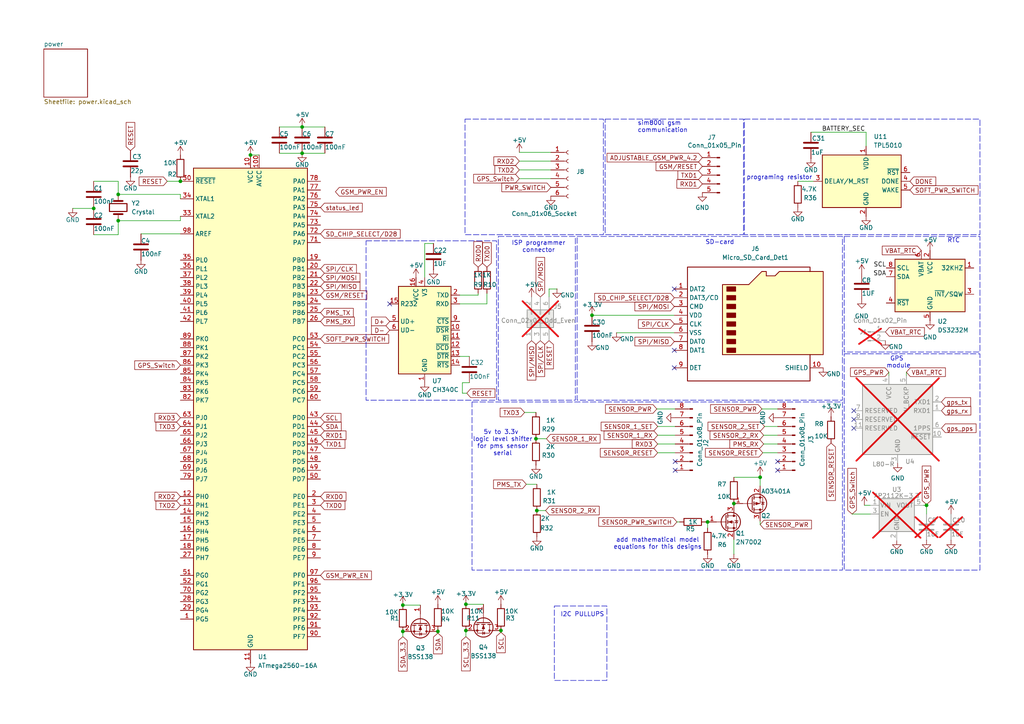
<source format=kicad_sch>
(kicad_sch (version 20250114) (generator "eeschema") (generator_version "9.0")
  (paper "A4")
  (title_block (title "Micro Controller and peripherals") (company "AirQo"))
  (rectangle (start 136.906 116.586) (end 244.348 165.354) (stroke (width 0) (type dash)))
  (rectangle (start 175.514 34.544) (end 215.646 68.072) (stroke (width 0) (type dash)))
  (rectangle (start 160.782 175.768) (end 176.022 197.358) (stroke (width 0) (type dash)))
  (rectangle (start 134.874 34.544) (end 175.006 68.072) (stroke (width 0) (type dash)))
  (rectangle (start 244.856 68.58) (end 284.226 102.108) (stroke (width 0) (type dash)))
  (rectangle (start 215.9 34.544) (end 284.226 68.072) (stroke (width 0) (type dash)))
  (rectangle (start 106.172 69.85) (end 144.018 116.078) (stroke (width 0) (type dash)))
  (rectangle (start 144.526 68.58) (end 166.878 116.078) (stroke (width 0) (type dash)))
  (rectangle (start 244.856 102.616) (end 284.226 165.354) (stroke (width 0) (type dash)))
  (rectangle (start 167.386 68.58) (end 244.348 116.078) (stroke (width 0) (type dash)))
  (text "5v to 3.3v \nlogic level shifter\nfor pms sensor\nserial\n" (at 145.796 128.524 0) (effects (font (size 1.27 1.27))))
  (text "GPS \nmodule" (at 260.604 105.156 0) (effects (font (size 1.27 1.27))))
  (text "I2C PULLUPS" (at 168.91 178.308 0) (effects (font (size 1.27 1.27))))
  (text "ISP programmer\nconnector" (at 156.21 71.628 0) (effects (font (size 1.27 1.27))))
  (text "SD-card\n" (at 208.788 70.358 0) (effects (font (size 1.27 1.27))))
  (text "programing resistor\n" (at 226.06 51.562 0) (effects (font (size 1.27 1.27))))
  (text "add mathematical model\nequations for this designs" (at 190.754 157.734 0) (effects (font (size 1.27 1.27))))
  (text "RTC\n" (at 276.606 69.85 0) (effects (font (size 1.27 1.27))))
  (text "sim800l gsm \ncommunication" (at 184.912 38.608 0) (effects (font (size 1.27 1.27)) (justify left bottom)))
  (junction (at 87.63 36.83))
  (junction (at 145.288 182.88))
  (junction (at 127 183.134))
  (junction (at 205.232 151.384))
  (junction (at 220.472 138.43))
  (junction (at 135.128 175.26))
  (junction (at 34.29 56.388))
  (junction (at 212.852 146.05))
  (junction (at 87.63 44.45))
  (junction (at 72.644 44.958))
  (junction (at 116.84 183.134))
  (junction (at 27.178 60.452))
  (junction (at 116.84 175.514))
  (junction (at 34.29 64.008))
  (junction (at 268.732 146.558))
  (junction (at 171.704 91.44))
  (junction (at 155.448 127.254))
  (junction (at 135.128 182.88))
  (junction (at 155.702 148.082))
  (junction (at 52.324 52.578))
  (no_connect (at 225.552 133.858))
  (no_connect (at 113.03 88.138))
  (no_connect (at 247.65 124.206))
  (no_connect (at 195.58 101.6))
  (no_connect (at 195.58 83.82))
  (no_connect (at 247.65 121.666))
  (no_connect (at 195.834 136.398))
  (no_connect (at 195.58 106.68))
  (no_connect (at 225.552 136.398))
  (no_connect (at 247.65 119.126))
  (no_connect (at 195.834 133.858))
  (wire (pts (xy 34.29 56.388) (xy 52.324 56.388)))
  (wire (pts (xy 212.852 146.05) (xy 212.852 146.304)))
  (wire (pts (xy 158.242 148.082) (xy 155.702 148.082)))
  (wire (pts (xy 220.472 138.43) (xy 212.852 138.43)))
  (wire (pts (xy 136.144 103.378) (xy 133.35 103.378)))
  (wire (pts (xy 40.894 67.818) (xy 52.324 67.818)))
  (wire (pts (xy 159.766 49.276) (xy 150.622 49.276)))
  (wire (pts (xy 48.514 52.578) (xy 52.324 52.578)))
  (wire (pts (xy 190.754 128.778) (xy 195.834 128.778)))
  (wire (pts (xy 52.324 57.658) (xy 52.324 56.388)))
  (wire (pts (xy 220.472 138.43) (xy 220.472 140.97)))
  (wire (pts (xy 190.754 126.238) (xy 195.834 126.238)))
  (wire (pts (xy 87.63 36.83) (xy 94.234 36.83)))
  (wire (pts (xy 127 183.134) (xy 127 182.88)))
  (wire (pts (xy 196.342 151.384) (xy 197.104 151.384)))
  (wire (pts (xy 134.112 110.998) (xy 136.144 110.998)))
  (wire (pts (xy 81.026 36.83) (xy 87.63 36.83)))
  (wire (pts (xy 27.178 68.072) (xy 34.29 68.072)))
  (wire (pts (xy 268.732 146.558) (xy 267.716 146.558)))
  (wire (pts (xy 138.684 85.598) (xy 138.684 85.09)))
  (wire (pts (xy 145.288 183.388) (xy 145.288 182.88)))
  (wire (pts (xy 221.234 131.318) (xy 225.552 131.318)))
  (wire (pts (xy 21.082 60.452) (xy 27.178 60.452)))
  (wire (pts (xy 123.19 80.518) (xy 123.19 70.612)))
  (wire (pts (xy 212.852 160.782) (xy 212.852 156.464)))
  (wire (pts (xy 235.204 38.354) (xy 251.206 38.354)))
  (wire (pts (xy 190.5 118.618) (xy 195.834 118.618)))
  (wire (pts (xy 133.35 88.138) (xy 141.224 88.138)))
  (wire (pts (xy 158.496 127.254) (xy 155.448 127.254)))
  (wire (pts (xy 235.966 52.578) (xy 231.394 52.578)))
  (wire (pts (xy 141.224 88.138) (xy 141.224 85.09)))
  (wire (pts (xy 127 183.642) (xy 127 183.134)))
  (wire (pts (xy 190.754 123.698) (xy 195.834 123.698)))
  (wire (pts (xy 116.84 184.658) (xy 116.84 183.134)))
  (wire (pts (xy 152.654 140.462) (xy 155.702 140.462)))
  (wire (pts (xy 262.89 107.95) (xy 262.89 108.966)))
  (wire (pts (xy 152.146 119.634) (xy 155.448 119.634)))
  (wire (pts (xy 221.488 128.778) (xy 225.552 128.778)))
  (wire (pts (xy 159.766 51.816) (xy 150.622 51.816)))
  (wire (pts (xy 52.324 62.738) (xy 52.324 64.008)))
  (wire (pts (xy 220.98 118.618) (xy 225.552 118.618)))
  (wire (pts (xy 251.206 38.354) (xy 251.206 42.418)))
  (wire (pts (xy 87.63 44.45) (xy 94.234 44.45)))
  (wire (pts (xy 34.29 64.008) (xy 52.324 64.008)))
  (wire (pts (xy 247.142 149.098) (xy 252.476 149.098)))
  (wire (pts (xy 81.026 44.45) (xy 87.63 44.45)))
  (wire (pts (xy 190.754 131.318) (xy 195.834 131.318)))
  (wire (pts (xy 268.732 146.304) (xy 268.732 146.558)))
  (wire (pts (xy 171.704 91.44) (xy 195.58 91.44)))
  (wire (pts (xy 204.724 151.384) (xy 205.232 151.384)))
  (wire (pts (xy 34.29 52.578) (xy 34.29 56.388)))
  (wire (pts (xy 135.382 114.046) (xy 134.112 114.046)))
  (wire (pts (xy 220.472 152.146) (xy 220.472 151.13)))
  (wire (pts (xy 220.472 138.43) (xy 220.472 137.922)))
  (wire (pts (xy 27.178 52.578) (xy 34.29 52.578)))
  (wire (pts (xy 178.816 96.52) (xy 195.58 96.52)))
  (wire (pts (xy 159.258 83.82) (xy 161.544 83.82)))
  (wire (pts (xy 221.488 126.238) (xy 225.552 126.238)))
  (wire (pts (xy 134.112 114.046) (xy 134.112 110.998)))
  (wire (pts (xy 159.766 44.196) (xy 150.622 44.196)))
  (wire (pts (xy 140.208 175.26) (xy 135.128 175.26)))
  (wire (pts (xy 72.644 44.958) (xy 75.184 44.958)))
  (wire (pts (xy 34.29 68.072) (xy 34.29 64.008)))
  (wire (pts (xy 121.92 175.514) (xy 116.84 175.514)))
  (wire (pts (xy 133.35 85.598) (xy 138.684 85.598)))
  (wire (pts (xy 221.742 123.698) (xy 225.552 123.698)))
  (wire (pts (xy 257.81 107.95) (xy 257.81 108.966)))
  (wire (pts (xy 27.178 60.198) (xy 27.178 60.452)))
  (wire (pts (xy 159.766 46.736) (xy 150.622 46.736)))
  (wire (pts (xy 250.698 146.558) (xy 252.476 146.558)))
  (wire (pts (xy 205.232 151.384) (xy 205.232 153.162)))
  (wire (pts (xy 123.19 70.612) (xy 125.73 70.612)))
  (wire (pts (xy 159.258 86.106) (xy 159.258 83.82)))
  (wire (pts (xy 135.128 184.658) (xy 135.128 182.88)))
  (wire (pts (xy 268.732 146.558) (xy 268.732 149.098)))
  (label "BATTERY_SEC" (at 250.952 38.354 180))
  (label "SCL" (at 257.048 77.724 180))
  (label "SDA" (at 257.048 80.264 180))
  (global_label "SCL" (shape input) (at 92.964 121.158 0) (property "Intersheetrefs" "${INTERSHEET_REFS}" (effects (hide yes))))
  (global_label "SENSOR_PWR" (shape input) (at 220.98 118.618 180) (property "Intersheetrefs" "${INTERSHEET_REFS}" (effects (hide yes))))
  (global_label "SENSOR_PWR_SWITCH" (shape input) (at 196.342 151.384 180) (property "Intersheetrefs" "${INTERSHEET_REFS}" (effects (hide yes))))
  (global_label "SENSOR_1_RX" (shape input) (at 158.496 127.254 0) (property "Intersheetrefs" "${INTERSHEET_REFS}" (effects (hide yes))))
  (global_label "SPI{slash}MISO" (shape input) (at 154.178 98.806 270) (property "Intersheetrefs" "${INTERSHEET_REFS}" (effects (hide yes))))
  (global_label "gps_pps" (shape input) (at 273.05 124.206 0) (property "Intersheetrefs" "${INTERSHEET_REFS}" (effects (hide yes))))
  (global_label "SD_CHIP_SELECT{slash}D28" (shape input) (at 195.58 86.36 180) (property "Intersheetrefs" "${INTERSHEET_REFS}" (effects (hide yes))))
  (global_label "PMS_TX" (shape input) (at 92.964 90.678 0) (property "Intersheetrefs" "${INTERSHEET_REFS}" (effects (hide yes))))
  (global_label "PMS_TX" (shape input) (at 152.654 140.462 180) (property "Intersheetrefs" "${INTERSHEET_REFS}" (effects (hide yes))))
  (global_label "RXD1" (shape input) (at 92.964 126.238 0) (property "Intersheetrefs" "${INTERSHEET_REFS}" (effects (hide yes))))
  (global_label "GPS_PWR" (shape input) (at 257.81 107.95 180) (property "Intersheetrefs" "${INTERSHEET_REFS}" (effects (hide yes))))
  (global_label "RESET" (shape input) (at 37.846 43.688 90) (property "Intersheetrefs" "${INTERSHEET_REFS}" (effects (hide yes))))
  (global_label "RXD3" (shape input) (at 52.324 121.158 180) (property "Intersheetrefs" "${INTERSHEET_REFS}" (effects (hide yes))))
  (global_label "gps_tx" (shape input) (at 273.05 116.586 0) (property "Intersheetrefs" "${INTERSHEET_REFS}" (effects (hide yes))))
  (global_label "SDA" (shape input) (at 92.964 123.698 0) (property "Intersheetrefs" "${INTERSHEET_REFS}" (effects (hide yes))))
  (global_label "RXD1" (shape input) (at 203.708 53.34 180) (property "Intersheetrefs" "${INTERSHEET_REFS}" (effects (hide yes))))
  (global_label "GSM_PWR_EN" (shape input) (at 92.964 166.878 0) (property "Intersheetrefs" "${INTERSHEET_REFS}" (effects (hide yes))))
  (global_label "GSM{slash}RESET" (shape input) (at 203.708 48.26 180) (property "Intersheetrefs" "${INTERSHEET_REFS}" (effects (hide yes))))
  (global_label "SENSOR_1_RX" (shape input) (at 190.754 126.238 180) (property "Intersheetrefs" "${INTERSHEET_REFS}" (effects (hide yes))))
  (global_label "TXD1" (shape input) (at 92.964 128.778 0) (property "Intersheetrefs" "${INTERSHEET_REFS}" (effects (hide yes))))
  (global_label "gps_rx" (shape input) (at 273.05 119.126 0) (property "Intersheetrefs" "${INTERSHEET_REFS}" (effects (hide yes))))
  (global_label "GSM_PWR_EN" (shape input) (at 97.282 55.626 0) (property "Intersheetrefs" "${INTERSHEET_REFS}" (effects (hide yes))))
  (global_label "PMS_RX" (shape input) (at 92.964 93.218 0) (property "Intersheetrefs" "${INTERSHEET_REFS}" (effects (hide yes))))
  (global_label "SPI{slash}MOSI" (shape input) (at 195.58 88.9 180) (property "Intersheetrefs" "${INTERSHEET_REFS}" (effects (hide yes))))
  (global_label "RXD2" (shape input) (at 150.622 46.736 180) (property "Intersheetrefs" "${INTERSHEET_REFS}" (effects (hide yes))))
  (global_label "SD_CHIP_SELECT{slash}D28" (shape input) (at 92.964 67.818 0) (property "Intersheetrefs" "${INTERSHEET_REFS}" (effects (hide yes))))
  (global_label "SENSOR_2_RX" (shape input) (at 221.488 126.238 180) (property "Intersheetrefs" "${INTERSHEET_REFS}" (effects (hide yes))))
  (global_label "SENSOR_PWR" (shape input) (at 220.472 152.146 0) (property "Intersheetrefs" "${INTERSHEET_REFS}" (effects (hide yes))))
  (global_label "RXD0" (shape input) (at 138.684 77.47 90) (property "Intersheetrefs" "${INTERSHEET_REFS}" (effects (hide yes))))
  (global_label "SPI{slash}CLK" (shape input) (at 156.718 98.806 270) (property "Intersheetrefs" "${INTERSHEET_REFS}" (effects (hide yes))))
  (global_label "RXD2" (shape input) (at 52.324 144.018 180) (property "Intersheetrefs" "${INTERSHEET_REFS}" (effects (hide yes))))
  (global_label "SOFT_PWR_SWITCH" (shape input) (at 263.906 55.118 0) (property "Intersheetrefs" "${INTERSHEET_REFS}" (effects (hide yes))))
  (global_label "SENSOR_1_SET" (shape input) (at 190.754 123.698 180) (property "Intersheetrefs" "${INTERSHEET_REFS}" (effects (hide yes))))
  (global_label "SENSOR_2_RX" (shape input) (at 158.242 148.082 0) (property "Intersheetrefs" "${INTERSHEET_REFS}" (effects (hide yes))))
  (global_label "GPS_Switch" (shape input) (at 150.622 51.816 180) (property "Intersheetrefs" "${INTERSHEET_REFS}" (effects (hide yes))))
  (global_label "SPI{slash}MISO" (shape input) (at 195.58 99.06 180) (property "Intersheetrefs" "${INTERSHEET_REFS}" (effects (hide yes))))
  (global_label "SOFT_PWR_SWITCH" (shape input) (at 92.964 98.298 0) (property "Intersheetrefs" "${INTERSHEET_REFS}" (effects (hide yes))))
  (global_label "SENSOR_PWR" (shape input) (at 190.5 118.618 180) (property "Intersheetrefs" "${INTERSHEET_REFS}" (effects (hide yes))))
  (global_label "TXD2" (shape input) (at 150.622 49.276 180) (property "Intersheetrefs" "${INTERSHEET_REFS}" (effects (hide yes))))
  (global_label "TXD3" (shape input) (at 152.146 119.634 180) (property "Intersheetrefs" "${INTERSHEET_REFS}" (effects (hide yes))))
  (global_label "ADJUSTABLE_GSM_PWR_4.2" (shape input) (at 203.708 45.72 180) (property "Intersheetrefs" "${INTERSHEET_REFS}" (effects (hide yes))))
  (global_label "RESET" (shape input) (at 135.382 114.046 0) (property "Intersheetrefs" "${INTERSHEET_REFS}" (effects (hide yes))))
  (global_label "SCL_3.3" (shape input) (at 135.128 184.658 270) (property "Intersheetrefs" "${INTERSHEET_REFS}" (effects (hide yes))))
  (global_label "TXD1" (shape input) (at 203.708 50.8 180) (property "Intersheetrefs" "${INTERSHEET_REFS}" (effects (hide yes))))
  (global_label "SENSOR_2_SET" (shape input) (at 221.742 123.698 180) (property "Intersheetrefs" "${INTERSHEET_REFS}" (effects (hide yes))))
  (global_label "SPI{slash}CLK" (shape input) (at 195.58 93.98 180) (property "Intersheetrefs" "${INTERSHEET_REFS}" (effects (hide yes))))
  (global_label "SENSOR_RESET" (shape input) (at 221.234 131.318 180) (property "Intersheetrefs" "${INTERSHEET_REFS}" (effects (hide yes))))
  (global_label "SDA" (shape input) (at 127 183.642 270) (property "Intersheetrefs" "${INTERSHEET_REFS}" (effects (hide yes))))
  (global_label "PMS_RX" (shape input) (at 221.488 128.778 180) (property "Intersheetrefs" "${INTERSHEET_REFS}" (effects (hide yes))))
  (global_label "DONE" (shape input) (at 263.906 52.578 0) (property "Intersheetrefs" "${INTERSHEET_REFS}" (effects (hide yes))))
  (global_label "VBAT_RTC" (shape input) (at 267.208 72.644 180) (property "Intersheetrefs" "${INTERSHEET_REFS}" (effects (hide yes))))
  (global_label "status_led" (shape input) (at 92.964 60.198 0) (property "Intersheetrefs" "${INTERSHEET_REFS}" (effects (hide yes))))
  (global_label "VBAT_RTC" (shape input) (at 262.89 107.95 0) (property "Intersheetrefs" "${INTERSHEET_REFS}" (effects (hide yes))))
  (global_label "GPS_PWR" (shape input) (at 268.732 146.304 90) (property "Intersheetrefs" "${INTERSHEET_REFS}" (effects (hide yes))))
  (global_label "SPI{slash}MISO" (shape input) (at 92.964 83.058 0) (property "Intersheetrefs" "${INTERSHEET_REFS}" (effects (hide yes))))
  (global_label "SENSOR_RESET" (shape input) (at 190.754 131.318 180) (property "Intersheetrefs" "${INTERSHEET_REFS}" (effects (hide yes))))
  (global_label "SENSOR_RESET" (shape input) (at 241.046 128.524 270) (property "Intersheetrefs" "${INTERSHEET_REFS}" (effects (hide yes))))
  (global_label "D-" (shape input) (at 113.03 95.758 180) (property "Intersheetrefs" "${INTERSHEET_REFS}" (effects (hide yes))))
  (global_label "GPS_Switch" (shape input) (at 247.142 149.098 90) (property "Intersheetrefs" "${INTERSHEET_REFS}" (effects (hide yes))))
  (global_label "SCL" (shape input) (at 145.288 183.388 270) (property "Intersheetrefs" "${INTERSHEET_REFS}" (effects (hide yes))))
  (global_label "PWR_SWITCH" (shape input) (at 159.766 54.356 180) (property "Intersheetrefs" "${INTERSHEET_REFS}" (effects (hide yes))))
  (global_label "GSM{slash}RESET" (shape input) (at 92.964 85.598 0) (property "Intersheetrefs" "${INTERSHEET_REFS}" (effects (hide yes))))
  (global_label "RXD0" (shape input) (at 92.964 144.018 0) (property "Intersheetrefs" "${INTERSHEET_REFS}" (effects (hide yes))))
  (global_label "GPS_Switch" (shape input) (at 52.324 105.918 180) (property "Intersheetrefs" "${INTERSHEET_REFS}" (effects (hide yes))))
  (global_label "SPI{slash}MOSI" (shape input) (at 156.718 86.106 90) (property "Intersheetrefs" "${INTERSHEET_REFS}" (effects (hide yes))))
  (global_label "TXD2" (shape input) (at 52.324 146.558 180) (property "Intersheetrefs" "${INTERSHEET_REFS}" (effects (hide yes))))
  (global_label "SDA_3.3" (shape input) (at 116.84 184.658 270) (property "Intersheetrefs" "${INTERSHEET_REFS}" (effects (hide yes))))
  (global_label "TXD0" (shape input) (at 92.964 146.558 0) (property "Intersheetrefs" "${INTERSHEET_REFS}" (effects (hide yes))))
  (global_label "VBAT_RTC" (shape input) (at 256.794 96.266 0) (property "Intersheetrefs" "${INTERSHEET_REFS}" (effects (hide yes))))
  (global_label "RXD3" (shape input) (at 190.754 128.778 180) (property "Intersheetrefs" "${INTERSHEET_REFS}" (effects (hide yes))))
  (global_label "SPI{slash}CLK" (shape input) (at 92.964 77.978 0) (property "Intersheetrefs" "${INTERSHEET_REFS}" (effects (hide yes))))
  (global_label "SPI{slash}MOSI" (shape input) (at 92.964 80.518 0) (property "Intersheetrefs" "${INTERSHEET_REFS}" (effects (hide yes))))
  (global_label "D+" (shape input) (at 113.03 93.218 180) (property "Intersheetrefs" "${INTERSHEET_REFS}" (effects (hide yes))))
  (global_label "TXD0" (shape input) (at 141.224 77.47 90) (property "Intersheetrefs" "${INTERSHEET_REFS}" (effects (hide yes))))
  (global_label "TXD3" (shape input) (at 52.324 123.698 180) (property "Intersheetrefs" "${INTERSHEET_REFS}" (effects (hide yes))))
  (global_label "RESET" (shape input) (at 159.258 98.806 270) (property "Intersheetrefs" "${INTERSHEET_REFS}" (effects (hide yes))))
  (global_label "RESET" (shape input) (at 48.514 52.578 180) (property "Intersheetrefs" "${INTERSHEET_REFS}" (effects (hide yes))))
  (symbol (lib_id "power:GND") (at 40.894 75.438 0) (unit 1)
    (property "Reference" "#PWR03" (effects (hide yes)))
    (property "Value" "GND" (at 40.894 78.74 0))
  )
  (symbol (lib_id "Timer:TPL5010") (at 251.206 52.578 0) (unit 1)
    (property "Reference" "U11" (at 253.4001 39.624 0) (effects (justify left)))
    (property "Value" "TPL5010" (at 253.4001 42.164 0) (effects (justify left)))
    (property "Footprint" "Package_TO_SOT_SMD:SOT-23-6" (effects (hide yes)))
    (property "Datasheet" "http://www.ti.com/lit/ds/symlink/tpl5010.pdf" (effects (hide yes)))
    (property "Description" "Timer, Nano Power, Watchdog, 35 nA, 100 ms to 7200 s, VDD 1.8V to 5.5V, Iout max 1mA" (effects (hide yes)))
  )
  (symbol (lib_id "Device:R") (at 52.324 48.768 180) (unit 1)
    (property "Reference" "R2" (at 51.308 50.546 0) (effects (justify left)))
    (property "Value" "10K" (at 51.308 47.244 0) (effects (justify left)))
    (property "Footprint" "Resistor_SMD:R_0603_1608Metric" (effects (hide yes)))
    (property "Description" "Resistor" (effects (hide yes)))
  )
  (symbol (lib_id "Device:R") (at 141.224 81.28 180) (unit 1)
    (property "Reference" "R10" (at 144.018 82.55 0) (effects (justify left)))
    (property "Value" "1K" (at 142.494 79.756 0) (effects (justify left)))
    (property "Footprint" "Resistor_SMD:R_0603_1608Metric" (effects (hide yes)))
  )
  (symbol (lib_id "Connector:Conn_01x08_Pin") (at 230.632 128.778 180) (unit 1)
    (property "Reference" "J3" (at 235.204 127.508 90))
    (property "Value" "Conn_01x08_Pin" (at 232.664 127.508 90))
    (property "Footprint" "Connector_Molex:Molex_PicoBlade_53398-0871_1x08-1MP_P1.25mm_Vertical" (effects (hide yes)))
    (property "Description" "Generic connector, single row, 01x08, script generated" (effects (hide yes)))
  )
  (symbol (lib_id "power:+5V") (at 145.288 175.26 0) (unit 1)
    (property "Reference" "#PWR09" (effects (hide yes)))
    (property "Value" "+5V" (at 145.288 171.704 0))
  )
  (symbol (lib_id "power:+3.3V") (at 116.84 175.514 0) (unit 1)
    (property "Reference" "#PWR090" (effects (hide yes)))
    (property "Value" "+3.3V" (at 116.84 172.466 0))
  )
  (symbol (lib_id "Device:C") (at 136.144 107.188 0) (unit 1)
    (property "Reference" "C32" (at 136.398 105.156 0) (effects (justify left)))
    (property "Value" "100nF" (at 136.144 109.22 0) (effects (justify left)))
    (property "Footprint" "Capacitor_SMD:C_0603_1608Metric" (effects (hide yes)))
  )
  (symbol (lib_id "Device:R") (at 155.448 131.064 180) (unit 1)
    (property "Reference" "R30" (at 161.036 132.08 0) (effects (justify left)))
    (property "Value" "2K" (at 161.036 129.54 0) (effects (justify left)))
    (property "Footprint" "Resistor_SMD:R_0603_1608Metric" (effects (hide yes)))
  )
  (symbol (lib_id "Device:C") (at 171.704 95.25 0) (unit 1)
    (property "Reference" "C30" (at 171.704 93.472 0) (effects (justify left)))
    (property "Value" "100nF" (at 171.704 97.282 0) (effects (justify left)))
    (property "Footprint" "Capacitor_SMD:C_0603_1608Metric" (effects (hide yes)))
    (property "Description" "Unpolarized capacitor" (effects (hide yes)))
  )
  (symbol (lib_id "Device:R") (at 155.448 123.444 180) (unit 1)
    (property "Reference" "R29" (at 161.036 124.46 0) (effects (justify left)))
    (property "Value" "1K" (at 161.036 121.92 0) (effects (justify left)))
    (property "Footprint" "Resistor_SMD:R_0603_1608Metric" (effects (hide yes)))
  )
  (symbol (lib_id "Device:C") (at 27.178 56.388 0) (unit 1)
    (property "Reference" "C1" (at 27.178 54.61 0) (effects (justify left)))
    (property "Value" "100nF" (at 27.178 58.42 0) (effects (justify left)))
    (property "Footprint" "Capacitor_SMD:C_0603_1608Metric" (effects (hide yes)))
    (property "Description" "Unpolarized capacitor" (effects (hide yes)))
  )
  (symbol (lib_id "power:GND") (at 178.816 96.52 0) (unit 1)
    (property "Reference" "#PWR078" (effects (hide yes)))
    (property "Value" "GND" (at 181.864 98.298 0))
    (property "Description" "Power symbol creates a global label with name \"GND\" , ground" (effects (hide yes)))
  )
  (symbol (lib_id "power:GND") (at 21.082 60.452 0) (unit 1)
    (property "Reference" "#PWR01" (effects (hide yes)))
    (property "Value" "GND" (at 21.082 63.754 0))
  )
  (symbol (lib_id "Device:C") (at 87.63 40.64 0) (unit 1)
    (property "Reference" "C6" (at 87.63 38.862 0) (effects (justify left)))
    (property "Value" "100nF" (at 87.63 42.672 0) (effects (justify left)))
    (property "Footprint" "Capacitor_SMD:C_0603_1608Metric" (effects (hide yes)))
    (property "Description" "Unpolarized capacitor" (effects (hide yes)))
  )
  (symbol (lib_id "power:GND") (at 171.704 99.06 0) (unit 1)
    (property "Reference" "#PWR080" (effects (hide yes)))
    (property "Value" "GND" (at 174.752 100.838 0))
    (property "Description" "Power symbol creates a global label with name \"GND\" , ground" (effects (hide yes)))
  )
  (symbol (lib_id "power:GND") (at 125.73 78.232 0) (unit 1)
    (property "Reference" "#PWR051" (effects (hide yes)))
    (property "Value" "GND" (at 125.73 81.788 0))
  )
  (symbol (lib_id "MCU_Microchip_ATmega:ATmega2560-16A") (at 72.644 118.618 0) (unit 1)
    (property "Reference" "U1" (at 74.7873 190.5 0) (effects (justify left)))
    (property "Value" "ATmega2560-16A" (at 74.7873 193.04 0) (effects (justify left)))
    (property "Footprint" "Package_QFP:TQFP-100_14x14mm_P0.5mm" (effects (hide yes)))
    (property "Datasheet" "http://ww1.microchip.com/downloads/en/DeviceDoc/Atmel-2549-8-bit-AVR-Microcontroller-ATmega640-1280-1281-2560-2561_datasheet.pdf" (effects (hide yes)))
    (property "Description" "16MHz, 256kB Flash, 8kB SRAM, 4kB EEPROM, JTAG, TQFP-100" (effects (hide yes)))
  )
  (symbol (lib_id "power:GND") (at 159.766 56.896 0) (unit 1)
    (property "Reference" "#PWR084" (effects (hide yes)))
    (property "Value" "GND" (at 159.766 60.198 0))
  )
  (symbol (lib_id "Device:C") (at 81.026 40.64 0) (unit 1)
    (property "Reference" "C5" (at 81.026 38.862 0) (effects (justify left)))
    (property "Value" "100nF" (at 81.026 42.672 0) (effects (justify left)))
    (property "Footprint" "Capacitor_SMD:C_0603_1608Metric" (effects (hide yes)))
    (property "Description" "Unpolarized capacitor" (effects (hide yes)))
  )
  (symbol (lib_id "Connector:Conn_01x08_Pin") (at 200.914 128.778 180) (unit 1)
    (property "Reference" "J2" (at 204.724 128.524 90))
    (property "Value" "Conn_01x08_Pin" (at 202.946 127.508 90))
    (property "Footprint" "Connector_Molex:Molex_PicoBlade_53398-0871_1x08-1MP_P1.25mm_Vertical" (effects (hide yes)))
    (property "Description" "Generic connector, single row, 01x08, script generated" (effects (hide yes)))
  )
  (symbol (lib_id "Connector_Generic:Conn_02x03_Odd_Even") (at 156.718 93.726 90) (unit 1) (in_bom no) (on_board no) (dnp yes)
    (property "Reference" "J5" (at 160.528 88.9 90) (effects (justify right)))
    (property "Value" "Conn_02x03_Odd_Even" (at 145.288 92.964 90) (effects (justify right)))
    (property "Footprint" "Connector_PinSocket_2.54mm:PinSocket_2x03_P2.54mm_Vertical_SMD" (effects (hide yes)))
    (property "Description" "Generic connector, double row, 02x03, odd/even pin numbering scheme (row 1 odd numbers, row 2 even numbers), script generated (kicad-library-utils/schlib/autogen/connector/)" (effects (hide yes)))
  )
  (symbol (lib_id "Device:R") (at 212.852 142.24 180) (unit 1)
    (property "Reference" "R7" (at 208.026 140.462 0) (effects (justify right)))
    (property "Value" "10K" (at 208.026 144.018 0) (effects (justify right)))
    (property "Footprint" "Resistor_SMD:R_0603_1608Metric" (effects (hide yes)))
  )
  (symbol (lib_id "power:+5V") (at 275.844 149.098 0) (unit 1)
    (property "Reference" "#PWR026" (effects (hide yes)))
    (property "Value" "+5V" (at 275.844 145.542 0))
  )
  (symbol (lib_id "power:+3.3V") (at 241.046 120.904 0) (unit 1)
    (property "Reference" "#PWR021" (effects (hide yes)))
    (property "Value" "+3.3V" (at 241.046 117.856 0))
  )
  (symbol (lib_id "Device:C") (at 27.178 64.262 0) (unit 1)
    (property "Reference" "C2" (at 27.178 62.484 0) (effects (justify left)))
    (property "Value" "100nF" (at 27.178 66.294 0) (effects (justify left)))
    (property "Footprint" "Capacitor_SMD:C_0603_1608Metric" (effects (hide yes)))
    (property "Description" "Unpolarized capacitor" (effects (hide yes)))
  )
  (symbol (lib_id "power:+5V") (at 72.644 44.958 0) (unit 1)
    (property "Reference" "#PWR05" (effects (hide yes)))
    (property "Value" "+5V" (at 72.644 41.402 0))
  )
  (symbol (lib_id "power:+5V") (at 154.178 86.106 0) (unit 1)
    (property "Reference" "#PWR029" (effects (hide yes)))
    (property "Value" "+5V" (at 154.178 82.55 0))
  )
  (symbol (lib_id "Device:Crystal") (at 34.29 60.198 90) (unit 1)
    (property "Reference" "Y2" (at 38.1 58.9279 90) (effects (justify right)))
    (property "Value" "Crystal" (at 38.1 61.4679 90) (effects (justify right)))
    (property "Footprint" "Crystal:Crystal_SMD_Abracon_ABM3-2Pin_5.0x3.2mm" (effects (hide yes)))
    (property "Description" "Two pin crystal" (effects (hide yes)))
  )
  (symbol (lib_id "power:GND") (at 195.834 121.158 270) (unit 1)
    (property "Reference" "#PWR013" (effects (hide yes)))
    (property "Value" "GND" (at 191.516 121.158 0))
  )
  (symbol (lib_id "Device:R") (at 205.232 156.972 180) (unit 1)
    (property "Reference" "R6" (at 210.82 157.988 0) (effects (justify left)))
    (property "Value" "4.7K" (at 210.82 155.448 0) (effects (justify left)))
    (property "Footprint" "Resistor_SMD:R_0603_1608Metric" (effects (hide yes)))
  )
  (symbol (lib_id "Device:C") (at 125.73 74.422 0) (unit 1)
    (property "Reference" "C22" (at 125.73 72.644 0) (effects (justify left)))
    (property "Value" "1UF" (at 125.73 76.454 0) (effects (justify left)))
    (property "Footprint" "Capacitor_SMD:C_0603_1608Metric" (effects (hide yes)))
    (property "Description" "Unpolarized capacitor" (effects (hide yes)))
  )
  (symbol (lib_id "Connector:Conn_01x05_Pin") (at 208.788 50.8 0) (mirror y) (unit 1)
    (property "Reference" "J7" (at 205.232 39.878 0) (effects (justify right)))
    (property "Value" "Conn_01x05_Pin" (at 199.39 42.164 0) (effects (justify right)))
    (property "Footprint" "Connector_PinSocket_2.54mm:PinSocket_1x05_P2.54mm_Horizontal" (effects (hide yes)))
    (property "Description" "Generic connector, single row, 01x05, script generated" (effects (hide yes)))
  )
  (symbol (lib_id "power:GND") (at 87.63 44.45 0) (unit 1)
    (property "Reference" "#PWR08" (effects (hide yes)))
    (property "Value" "GND" (at 87.63 47.752 0))
  )
  (symbol (lib_id "Regulator_Linear:AP2112K-3.3") (at 260.096 149.098 0) (unit 1) (on_board no) (dnp yes)
    (property "Reference" "U3" (at 260.096 141.986 0))
    (property "Value" "AP2112K-3.3" (at 260.096 143.764 0))
    (property "Footprint" "Package_TO_SOT_SMD:SOT-23-5" (effects (hide yes)))
    (property "Datasheet" "https://www.diodes.com/assets/Datasheets/AP2112.pdf" (effects (hide yes)))
    (property "Description" "600mA low dropout linear regulator, with enable pin, 3.8V-6V input voltage range, 3.3V fixed positive output, SOT-23-5" (effects (hide yes)))
  )
  (symbol (lib_id "power:+5V") (at 250.698 146.558 0) (unit 1)
    (property "Reference" "#PWR022" (effects (hide yes)))
    (property "Value" "+5V" (at 250.698 143.002 0))
  )
  (symbol (lib_id "Device:C") (at 268.732 152.908 0) (unit 1) (on_board no) (dnp yes)
    (property "Reference" "C9" (at 268.986 150.876 0) (effects (justify left)))
    (property "Value" "1uF" (at 268.732 154.94 0) (effects (justify left)))
    (property "Footprint" "Capacitor_SMD:C_0603_1608Metric" (effects (hide yes)))
  )
  (symbol (lib_id "power:GND") (at 256.794 98.806 0) (unit 1)
    (property "Reference" "#PWR014" (effects (hide yes)))
    (property "Value" "GND" (at 259.842 100.584 0))
    (property "Description" "Power symbol creates a global label with name \"GND\" , ground" (effects (hide yes)))
  )
  (symbol (lib_id "Interface_USB:CH340C") (at 123.19 95.758 0) (unit 1)
    (property "Reference" "U7" (at 125.3333 110.49 0) (effects (justify left)))
    (property "Value" "CH340C" (at 125.3333 113.03 0) (effects (justify left)))
    (property "Footprint" "Package_SO:SOIC-16_3.9x9.9mm_P1.27mm" (effects (hide yes)))
    (property "Datasheet" "https://datasheet.lcsc.com/szlcsc/Jiangsu-Qin-Heng-CH340C_C84681.pdf" (effects (hide yes)))
    (property "Description" "USB serial converter, crystal-less, UART, SOIC-16" (effects (hide yes)))
  )
  (symbol (lib_id "Device:C") (at 275.844 152.908 0) (unit 1) (on_board no) (dnp yes)
    (property "Reference" "C10" (at 276.098 150.876 0) (effects (justify left)))
    (property "Value" "1uF" (at 275.844 154.94 0) (effects (justify left)))
    (property "Footprint" "Capacitor_SMD:C_0603_1608Metric" (effects (hide yes)))
  )
  (symbol (lib_id "power:GND") (at 260.096 156.718 0) (unit 1)
    (property "Reference" "#PWR023" (effects (hide yes)))
    (property "Value" "GND" (at 260.096 160.02 0))
  )
  (symbol (lib_id "Device:R") (at 155.702 144.272 180) (unit 1)
    (property "Reference" "R31" (at 161.29 145.288 0) (effects (justify left)))
    (property "Value" "1K" (at 161.29 142.748 0) (effects (justify left)))
    (property "Footprint" "Resistor_SMD:R_0603_1608Metric" (effects (hide yes)))
  )
  (symbol (lib_id "power:GND") (at 249.936 86.868 0) (unit 1)
    (property "Reference" "#PWR012" (effects (hide yes)))
    (property "Value" "GND" (at 249.936 91.694 0))
    (property "Description" "Power symbol creates a global label with name \"GND\" , ground" (effects (hide yes)))
  )
  (symbol (lib_id "power:GND") (at 235.204 45.974 0) (unit 1)
    (property "Reference" "#PWR088" (effects (hide yes)))
    (property "Value" "GND" (at 235.204 49.276 0))
  )
  (symbol (lib_id "power:GND") (at 123.19 110.998 0) (unit 1)
    (property "Reference" "#PWR045" (effects (hide yes)))
    (property "Value" "GND" (at 123.19 114.554 0))
  )
  (symbol (lib_id "power:+5V") (at 120.65 80.518 0) (unit 1)
    (property "Reference" "#PWR054" (effects (hide yes)))
    (property "Value" "+5V" (at 120.65 76.962 0))
  )
  (symbol (lib_id "power:+5V") (at 269.748 72.644 0) (unit 1)
    (property "Reference" "#PWR017" (effects (hide yes)))
    (property "Value" "+5V" (at 269.748 69.596 0))
  )
  (symbol (lib_id "Device:R") (at 135.128 179.07 180) (unit 1)
    (property "Reference" "R11" (at 139.192 179.324 0) (effects (justify left)))
    (property "Value" "10K" (at 140.208 177.292 0) (effects (justify left)))
    (property "Footprint" "Resistor_SMD:R_0603_1608Metric" (effects (hide yes)))
    (property "Description" "Resistor" (effects (hide yes)))
  )
  (symbol (lib_id "power:GND") (at 37.846 51.308 0) (unit 1)
    (property "Reference" "#PWR02" (effects (hide yes)))
    (property "Value" "GND" (at 37.846 54.61 0))
  )
  (symbol (lib_id "power:GND") (at 251.206 62.738 0) (unit 1)
    (property "Reference" "#PWR089" (effects (hide yes)))
    (property "Value" "GND" (at 251.206 66.04 0))
  )
  (symbol (lib_id "Device:R") (at 155.702 151.892 180) (unit 1)
    (property "Reference" "R32" (at 160.528 153.162 0) (effects (justify left)))
    (property "Value" "2K" (at 159.512 150.368 0) (effects (justify left)))
    (property "Footprint" "Resistor_SMD:R_0603_1608Metric" (effects (hide yes)))
  )
  (symbol (lib_id "Device:C") (at 249.936 83.058 0) (unit 1)
    (property "Reference" "C8" (at 249.936 81.28 0) (effects (justify left)))
    (property "Value" "1UF" (at 249.936 85.09 0) (effects (justify left)))
    (property "Footprint" "Capacitor_SMD:C_0603_1608Metric" (effects (hide yes)))
    (property "Description" "Unpolarized capacitor" (effects (hide yes)))
  )
  (symbol (lib_id "Device:R") (at 138.684 81.28 180) (unit 1)
    (property "Reference" "R9" (at 139.954 82.55 0) (effects (justify left)))
    (property "Value" "1K" (at 139.954 79.756 0) (effects (justify left)))
    (property "Footprint" "Resistor_SMD:R_0603_1608Metric" (effects (hide yes)))
  )
  (symbol (lib_id "Transistor_FET:AO3401A") (at 217.932 146.05 0) (mirror x) (unit 1)
    (property "Reference" "Q2" (at 220.726 149.606 0) (effects (justify left)))
    (property "Value" "AO3401A" (at 220.726 142.494 0) (effects (justify left)))
    (property "Footprint" "Package_TO_SOT_SMD:SOT-23" (effects (hide yes)))
    (property "Datasheet" "http://www.aosmd.com/pdfs/datasheet/AO3401A.pdf" (effects (hide yes)))
    (property "Description" "-4.0A Id, -30V Vds, P-Channel MOSFET, SOT-23" (effects (hide yes)))
  )
  (symbol (lib_id "power:+5V") (at 87.63 36.83 0) (unit 1)
    (property "Reference" "#PWR07" (effects (hide yes)))
    (property "Value" "+5V" (at 87.63 33.274 0))
  )
  (symbol (lib_id "power:+5V") (at 127 175.26 0) (unit 1)
    (property "Reference" "#PWR010" (effects (hide yes)))
    (property "Value" "+5V" (at 127 171.704 0))
  )
  (symbol (lib_id "Device:R") (at 231.394 56.388 180) (unit 1)
    (property "Reference" "R36" (at 236.982 57.404 0) (effects (justify left)))
    (property "Value" "4.7K" (at 236.982 54.864 0) (effects (justify left)))
    (property "Footprint" "Resistor_SMD:R_0603_1608Metric" (effects (hide yes)))
  )
  (symbol (lib_id "power:GND") (at 231.394 60.198 0) (unit 1)
    (property "Reference" "#PWR087" (effects (hide yes)))
    (property "Value" "GND" (at 231.394 63.5 0))
  )
  (symbol (lib_id "Connector:Conn_01x06_Socket") (at 164.846 49.276 0) (unit 1)
    (property "Reference" "J8" (at 167.132 49.784 0) (effects (justify left)))
    (property "Value" "Conn_01x06_Socket" (at 148.336 61.976 0) (effects (justify left)))
    (property "Footprint" "Connector_PinHeader_2.54mm:PinHeader_1x06_P2.54mm_Horizontal" (effects (hide yes)))
    (property "Description" "Generic connector, single row, 01x06, script generated" (effects (hide yes)))
  )
  (symbol (lib_id "power:GND") (at 225.552 121.158 270) (unit 1)
    (property "Reference" "#PWR020" (effects (hide yes)))
    (property "Value" "GND" (at 221.234 121.158 0))
  )
  (symbol (lib_id "Device:R") (at 200.914 151.384 270) (unit 1)
    (property "Reference" "R5" (at 198.882 153.416 90) (effects (justify left)))
    (property "Value" "1K" (at 199.644 151.384 90) (effects (justify left)))
    (property "Footprint" "Resistor_SMD:R_0603_1608Metric" (effects (hide yes)))
  )
  (symbol (lib_id "power:+3.3V") (at 171.704 91.44 0) (unit 1)
    (property "Reference" "#PWR079" (effects (hide yes)))
    (property "Value" "+3.3V" (at 171.704 88.392 0))
  )
  (symbol (lib_id "power:+5V") (at 220.472 137.922 0) (unit 1)
    (property "Reference" "#PWR019" (effects (hide yes)))
    (property "Value" "+5V" (at 220.472 134.366 0))
  )
  (symbol (lib_id "power:+3.3V") (at 135.128 175.26 0) (unit 1)
    (property "Reference" "#PWR091" (effects (hide yes)))
    (property "Value" "+3.3V" (at 135.128 172.212 0))
  )
  (symbol (lib_id "power:GND") (at 260.35 134.366 0) (unit 1)
    (property "Reference" "#PWR024" (effects (hide yes)))
    (property "Value" "GND" (at 260.35 138.684 0))
  )
  (symbol (lib_id "Device:R") (at 241.046 124.714 180) (unit 1)
    (property "Reference" "R8" (at 236.22 122.936 0) (effects (justify right)))
    (property "Value" "10K" (at 236.22 126.492 0) (effects (justify right)))
    (property "Footprint" "Resistor_SMD:R_0603_1608Metric" (effects (hide yes)))
  )
  (symbol (lib_id "Device:R") (at 127 179.07 180) (unit 1)
    (property "Reference" "R4" (at 130.556 179.578 0) (effects (justify left)))
    (property "Value" "10K" (at 131.826 177.292 0) (effects (justify left)))
    (property "Footprint" "Resistor_SMD:R_0603_1608Metric" (effects (hide yes)))
    (property "Description" "Resistor" (effects (hide yes)))
  )
  (symbol (lib_id "Device:C") (at 40.894 71.628 0) (unit 1)
    (property "Reference" "C4" (at 40.894 69.85 0) (effects (justify left)))
    (property "Value" "100nF" (at 40.894 73.66 0) (effects (justify left)))
    (property "Footprint" "Capacitor_SMD:C_0603_1608Metric" (effects (hide yes)))
    (property "Description" "Unpolarized capacitor" (effects (hide yes)))
  )
  (symbol (lib_id "Connector:Micro_SD_Card_Det1") (at 218.44 93.98 0) (unit 1)
    (property "Reference" "J6" (at 219.075 72.136 0))
    (property "Value" "Micro_SD_Card_Det1" (at 219.075 74.676 0))
    (property "Footprint" "KiCad:THD252811SDGF" (effects (hide yes)))
    (property "Datasheet" "https://datasheet.lcsc.com/lcsc/2110151630_XKB-Connectivity-XKTF-015-N_C381082.pdf" (effects (hide yes)))
    (property "Description" "Micro SD Card Socket with one card detection pin" (effects (hide yes)))
  )
  (symbol (lib_id "power:+5V") (at 150.622 44.196 0) (unit 1)
    (property "Reference" "#PWR085" (effects (hide yes)))
    (property "Value" "+5V" (at 150.622 40.64 0))
  )
  (symbol (lib_id "Timer_RTC:DS3232M") (at 269.748 82.804 0) (unit 1)
    (property "Reference" "U2" (at 271.9421 93.218 0) (effects (justify left)))
    (property "Value" "DS3232M" (at 271.9421 95.758 0) (effects (justify left)))
    (property "Footprint" "Package_SO:SOIC-8_3.9x4.9mm_P1.27mm" (effects (hide yes)))
    (property "Datasheet" "http://datasheets.maximintegrated.com/en/ds/DS3232M.pdf" (effects (hide yes)))
    (property "Description" "±5ppm, I2C Real-Time Clock with SRAM SOIC-8" (effects (hide yes)))
  )
  (symbol (lib_id "power:+5V") (at 249.936 79.248 0) (unit 1)
    (property "Reference" "#PWR011" (effects (hide yes)))
    (property "Value" "+5V" (at 249.936 75.692 0))
  )
  (symbol (lib_id "Transistor_FET:BSS138") (at 121.92 180.594 270) (unit 1)
    (property "Reference" "Q3" (at 121.92 187.96 90))
    (property "Value" "BSS138" (at 121.92 190.5 90))
    (property "Footprint" "Package_TO_SOT_SMD:SOT-23" (effects (hide yes)))
    (property "Datasheet" "https://www.onsemi.com/pub/Collateral/BSS138-D.PDF" (effects (hide yes)))
    (property "Description" "50V Vds, 0.22A Id, N-Channel MOSFET, SOT-23" (effects (hide yes)))
  )
  (symbol (lib_id "Device:C") (at 94.234 40.64 0) (unit 1)
    (property "Reference" "C7" (at 94.234 38.862 0) (effects (justify left)))
    (property "Value" "100nF" (at 94.234 42.672 0) (effects (justify left)))
    (property "Footprint" "Capacitor_SMD:C_0603_1608Metric" (effects (hide yes)))
    (property "Description" "Unpolarized capacitor" (effects (hide yes)))
  )
  (symbol (lib_id "power:GND") (at 212.852 160.782 0) (unit 1)
    (property "Reference" "#PWR016" (effects (hide yes)))
    (property "Value" "GND" (at 212.852 164.084 0))
  )
  (symbol (lib_id "Connector:Conn_01x02_Pin") (at 251.714 96.266 0) (unit 1) (in_bom no) (on_board no) (dnp yes)
    (property "Reference" "J1" (at 250.444 96.266 0))
    (property "Value" "Conn_01x02_Pin" (at 255.27 92.964 0))
    (property "Footprint" "Connector_JST:JST_PH_B2B-PH-K_1x02_P2.00mm_Vertical" (effects (hide yes)))
    (property "Description" "Generic connector, single row, 01x02, script generated" (effects (hide yes)))
  )
  (symbol (lib_id "power:GND") (at 72.644 192.278 0) (unit 1)
    (property "Reference" "#PWR06" (effects (hide yes)))
    (property "Value" "GND" (at 72.644 195.58 0))
  )
  (symbol (lib_id "power:GND") (at 275.844 156.718 0) (unit 1)
    (property "Reference" "#PWR027" (effects (hide yes)))
    (property "Value" "GND" (at 275.844 160.02 0))
  )
  (symbol (lib_id "power:GND") (at 203.708 55.88 0) (unit 1)
    (property "Reference" "#PWR086" (effects (hide yes)))
    (property "Value" "GND" (at 203.708 60.198 0))
  )
  (symbol (lib_id "power:+5V") (at 52.324 44.958 0) (unit 1)
    (property "Reference" "#PWR04" (effects (hide yes)))
    (property "Value" "+5V" (at 52.324 41.402 0))
  )
  (symbol (lib_id "Device:R") (at 116.84 179.324 180) (unit 1)
    (property "Reference" "R1" (at 115.824 179.324 0) (effects (justify left)))
    (property "Value" "10K" (at 115.57 177.546 0) (effects (justify left)))
    (property "Footprint" "Resistor_SMD:R_0603_1608Metric" (effects (hide yes)))
    (property "Description" "Resistor" (effects (hide yes)))
  )
  (symbol (lib_id "Transistor_FET:BSS138") (at 140.208 180.34 270) (unit 1)
    (property "Reference" "Q4" (at 140.208 187.706 90))
    (property "Value" "BSS138" (at 140.208 190.246 90))
    (property "Footprint" "Package_TO_SOT_SMD:SOT-23" (effects (hide yes)))
    (property "Datasheet" "https://www.onsemi.com/pub/Collateral/BSS138-D.PDF" (effects (hide yes)))
    (property "Description" "50V Vds, 0.22A Id, N-Channel MOSFET, SOT-23" (effects (hide yes)))
  )
  (symbol (lib_id "Transistor_FET:2N7002") (at 210.312 151.384 0) (unit 1)
    (property "Reference" "Q1" (at 213.36 154.686 0) (effects (justify left)))
    (property "Value" "2N7002" (at 213.36 157.226 0) (effects (justify left)))
    (property "Footprint" "Package_TO_SOT_SMD:SOT-23" (effects (hide yes)))
    (property "Datasheet" "https://www.onsemi.com/pub/Collateral/NDS7002A-D.PDF" (effects (hide yes)))
    (property "Description" "0.115A Id, 60V Vds, N-Channel MOSFET, SOT-23" (effects (hide yes)))
  )
  (symbol (lib_id "RF_GPS:L80-R") (at 260.35 121.666 0) (unit 1) (on_board no) (dnp yes)
    (property "Reference" "U4" (at 262.5441 133.858 0) (effects (justify left)))
    (property "Value" "L80-R" (at 252.984 134.62 0) (effects (justify left)))
    (property "Footprint" "RF_GPS:Quectel_L80-R" (effects (hide yes)))
    (property "Datasheet" "https://www.quectel.com/UploadImage/Downlad/Quectel_L80-R_Hardware_Design_V1.2.pdf" (effects (hide yes)))
    (property "Description" "Quectel GPS Module" (effects (hide yes)))
  )
  (symbol (lib_id "Device:C") (at 235.204 42.164 0) (unit 1)
    (property "Reference" "C31" (at 235.458 40.132 0) (effects (justify left)))
    (property "Value" "1uF" (at 235.204 44.196 0) (effects (justify left)))
    (property "Footprint" "Capacitor_SMD:C_0603_1608Metric" (effects (hide yes)))
  )
  (symbol (lib_id "power:GND") (at 268.732 156.718 0) (unit 1)
    (property "Reference" "#PWR025" (effects (hide yes)))
    (property "Value" "GND" (at 268.732 160.02 0))
  )
  (symbol (lib_id "Device:C") (at 37.846 47.498 0) (unit 1)
    (property "Reference" "C3" (at 38.354 45.466 0) (effects (justify left)))
    (property "Value" "22p" (at 37.846 49.53 0) (effects (justify left)))
    (property "Footprint" "Capacitor_SMD:C_0603_1608Metric" (effects (hide yes)))
    (property "Description" "Unpolarized capacitor" (effects (hide yes)))
  )
  (symbol (lib_id "power:GND") (at 238.76 106.68 0) (unit 1)
    (property "Reference" "#PWR081" (effects (hide yes)))
    (property "Value" "GND" (at 241.808 108.458 0))
    (property "Description" "Power symbol creates a global label with name \"GND\" , ground" (effects (hide yes)))
  )
  (symbol (lib_id "power:GND") (at 155.702 155.702 0) (unit 1)
    (property "Reference" "#PWR083" (effects (hide yes)))
    (property "Value" "GND" (at 155.702 159.004 0))
  )
  (symbol (lib_id "power:GND") (at 161.544 83.82 0) (unit 1)
    (property "Reference" "#PWR031" (effects (hide yes)))
    (property "Value" "GND" (at 164.592 85.598 0))
    (property "Description" "Power symbol creates a global label with name \"GND\" , ground" (effects (hide yes)))
  )
  (symbol (lib_id "power:GND") (at 155.448 134.874 0) (unit 1)
    (property "Reference" "#PWR082" (effects (hide yes)))
    (property "Value" "GND" (at 155.448 138.176 0))
  )
  (symbol (lib_id "power:GND") (at 205.232 160.782 0) (unit 1)
    (property "Reference" "#PWR015" (effects (hide yes)))
    (property "Value" "GND" (at 205.232 164.084 0))
  )
  (symbol (lib_id "power:GND") (at 269.748 92.964 0) (unit 1)
    (property "Reference" "#PWR018" (effects (hide yes)))
    (property "Value" "GND" (at 269.748 97.79 0))
    (property "Description" "Power symbol creates a global label with name \"GND\" , ground" (effects (hide yes)))
  )
  (symbol (lib_id "Device:R") (at 145.288 179.07 180) (unit 1)
    (property "Reference" "R3" (at 149.352 179.324 0) (effects (justify left)))
    (property "Value" "10K" (at 150.368 177.292 0) (effects (justify left)))
    (property "Footprint" "Resistor_SMD:R_0603_1608Metric" (effects (hide yes)))
    (property "Description" "Resistor" (effects (hide yes)))
  )
  (sheet (at 12.7 14.224) (size 12.7 13.97) (stroke (width 0.1524))
    (property "Sheetname" "power" (at 12.7 13.5124 0) (effects (justify left bottom)))
    (property "Sheetfile" "power.kicad_sch" (at 12.7 28.7786 0) (show_name yes) (effects (justify left top)))
  )
)
</source>
